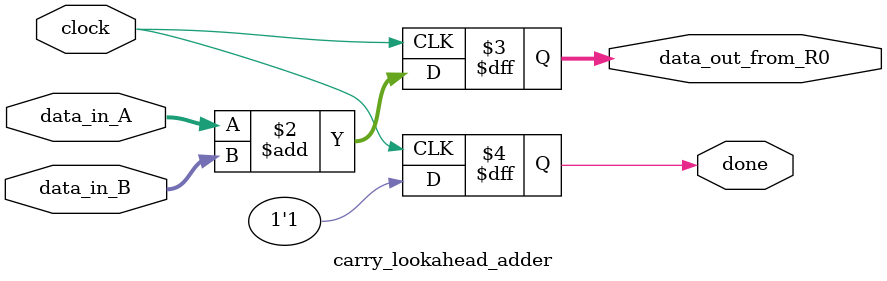
<source format=v>
`timescale 1ns / 1ps
module carry_lookahead_adder
  #(parameter WIDTH=32)
  (
   input clock,
   input [WIDTH-1:0] data_in_A,
   input [WIDTH-1:0] data_in_B,
   output reg [WIDTH:0]  data_out_from_R0,
   output reg done
   );
     
//  wire [WIDTH:0]     w_C;
//  wire [WIDTH-1:0]   w_G, w_P, w_SUM;
//  wire [WIDTH:0] data_out, carry_out;
 
//  // Create the Full Adders
//  genvar             ii;
//  generate
//    for (ii=0; ii<WIDTH; ii=ii+1) 
//      begin
//      (* keep_hierarchy="yes" *)
//        full_adder full_adder_inst
//            ( 
//              .i_bit1(data_in_A[ii]),
//              .i_bit2(data_in_B[ii]),
//              .i_carry(w_C[ii]),
//              .o_sum(w_SUM[ii]),
//              .o_carry(carry_out[ii])
//              );
//      end
      
//  endgenerate
 
//  // Create the Generate (G) Terms:  Gi=Ai*Bi
//  // Create the Propagate Terms: Pi=Ai+Bi
//  // Create the Carry Terms:
//  genvar             jj;
//  generate
//    for (jj=0; jj<WIDTH; jj=jj+1) 
//      begin
//        assign w_G[jj]   = data_in_A[jj] & data_in_B[jj];
//        assign w_P[jj]   = data_in_A[jj] | data_in_B[jj];
//        assign w_C[jj+1] = w_G[jj] | (w_P[jj] & w_C[jj]);
//      end
//  endgenerate
   
//  assign w_C[0] = 1'b0; // no carry input on first adder
//  assign data_out = {w_C[WIDTH], w_SUM};;
//  assign carry_out[WIDTH] = 1'b0;
 
 always @(posedge clock)
    begin
        data_out_from_R0 <= data_in_A + data_in_B; // Verilog Concatenation
        done <= 1'b1;
           
  end
  
 
endmodule // carry_lookahead_adder

</source>
